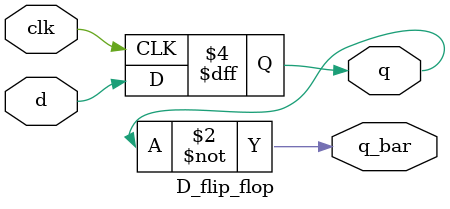
<source format=v>
module Random_seq_detector2(
  input clk,
  output [3:0] qout
);

  wire [3:0] D;      
  wire [3:0] qx, q_barx;

  assign D[0] = (~qx[0] & ~qx[2]) | (~qx[0] & qx[3]) | (qx[0] & ~qx[1] & ~qx[2] & qx[3]);
  assign D[1] = (qx[2] & qx[3]) | (qx[0] & ~qx[3]);
  assign D[2] = qx[0];
  assign D[3] = (~qx[0] & ~qx[2] & qx[3]) | (qx[1] & qx[2]) | (qx[0] & ~qx[1] & qx[3]);

  D_flip_flop dff0(D[0], clk, qx[0], q_barx[0]);
  D_flip_flop dff1(D[1], clk, qx[1], q_barx[1]);
  D_flip_flop dff2(D[2], clk, qx[2], q_barx[2]);
  D_flip_flop dff3(D[3], clk, qx[3], q_barx[3]);

  assign qout = qx;  

endmodule


module D_flip_flop(
  input d,
  input clk,
  output reg q,
  output q_bar
);

  initial begin
    q = 0;  
  end

  always @(posedge clk) begin
    q <= d;
  end

  assign q_bar = ~q;

endmodule
</source>
